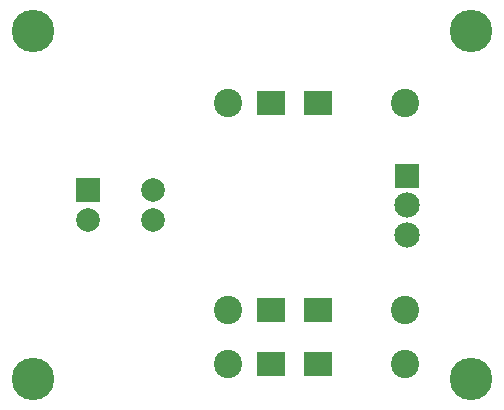
<source format=gbr>
G04 #@! TF.FileFunction,Soldermask,Bot*
%FSLAX46Y46*%
G04 Gerber Fmt 4.6, Leading zero omitted, Abs format (unit mm)*
G04 Created by KiCad (PCBNEW 4.0.2+e4-6225~38~ubuntu15.04.1-stable) date zo 07 aug 2016 00:42:35 CEST*
%MOMM*%
G01*
G04 APERTURE LIST*
%ADD10C,0.100000*%
%ADD11C,2.398980*%
%ADD12R,2.000000X2.000000*%
%ADD13C,2.000000*%
%ADD14C,3.600000*%
%ADD15R,2.150000X2.150000*%
%ADD16C,2.150000*%
%ADD17R,2.400000X2.100000*%
G04 APERTURE END LIST*
D10*
D11*
X149352000Y-111252000D03*
X164352000Y-111252000D03*
X164338000Y-106680000D03*
X149338000Y-106680000D03*
X164338000Y-89154000D03*
X149338000Y-89154000D03*
D12*
X137458000Y-96520000D03*
D13*
X137458000Y-99060000D03*
X142958000Y-99060000D03*
X142958000Y-96520000D03*
D14*
X132842000Y-83058000D03*
X169926000Y-83058000D03*
D15*
X164465000Y-95313500D03*
D16*
X164465000Y-97813500D03*
X164465000Y-100313500D03*
D14*
X132842000Y-112522000D03*
X169926000Y-112522000D03*
D17*
X152940000Y-89154000D03*
X156940000Y-89154000D03*
X152940000Y-106680000D03*
X156940000Y-106680000D03*
X152940000Y-111252000D03*
X156940000Y-111252000D03*
M02*

</source>
